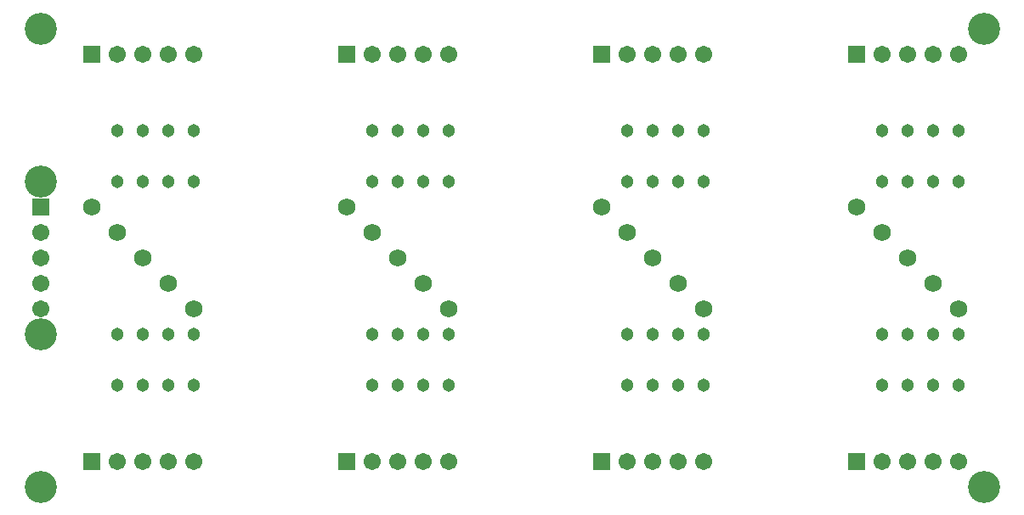
<source format=gts>
G04 Layer_Color=8388736*
%FSTAX24Y24*%
%MOIN*%
G70*
G01*
G75*
%ADD18C,0.1261*%
%ADD19R,0.0671X0.0671*%
%ADD20C,0.0671*%
%ADD21C,0.0513*%
%ADD22R,0.0671X0.0671*%
%ADD23C,0.0680*%
D18*
X021Y029D02*
D03*
Y035D02*
D03*
X058Y023D02*
D03*
Y041D02*
D03*
X021Y023D02*
D03*
Y041D02*
D03*
D19*
X053Y024D02*
D03*
X043D02*
D03*
X033D02*
D03*
X023D02*
D03*
X053Y04D02*
D03*
X043D02*
D03*
X033D02*
D03*
X023D02*
D03*
D20*
X054Y024D02*
D03*
X055D02*
D03*
X056D02*
D03*
X057D02*
D03*
X044D02*
D03*
X045D02*
D03*
X046D02*
D03*
X047D02*
D03*
X034D02*
D03*
X035D02*
D03*
X036D02*
D03*
X037D02*
D03*
X024D02*
D03*
X025D02*
D03*
X026D02*
D03*
X027D02*
D03*
X054Y04D02*
D03*
X055D02*
D03*
X056D02*
D03*
X057D02*
D03*
X044D02*
D03*
X045D02*
D03*
X046D02*
D03*
X047D02*
D03*
X034D02*
D03*
X035D02*
D03*
X036D02*
D03*
X037D02*
D03*
X024D02*
D03*
X025D02*
D03*
X026D02*
D03*
X027D02*
D03*
X021Y033D02*
D03*
Y032D02*
D03*
Y031D02*
D03*
Y03D02*
D03*
D21*
X024Y029D02*
D03*
Y027D02*
D03*
X025Y029D02*
D03*
Y027D02*
D03*
X026Y029D02*
D03*
Y027D02*
D03*
X027Y029D02*
D03*
Y027D02*
D03*
X034Y029D02*
D03*
Y027D02*
D03*
X035Y029D02*
D03*
Y027D02*
D03*
X036Y029D02*
D03*
Y027D02*
D03*
X037Y029D02*
D03*
Y027D02*
D03*
X044Y029D02*
D03*
Y027D02*
D03*
X045Y029D02*
D03*
Y027D02*
D03*
X046Y029D02*
D03*
Y027D02*
D03*
X047Y029D02*
D03*
Y027D02*
D03*
X054Y029D02*
D03*
Y027D02*
D03*
X055Y029D02*
D03*
Y027D02*
D03*
X056Y029D02*
D03*
Y027D02*
D03*
X057Y029D02*
D03*
Y027D02*
D03*
X037Y035D02*
D03*
Y037D02*
D03*
X036Y035D02*
D03*
Y037D02*
D03*
X035Y035D02*
D03*
Y037D02*
D03*
X034Y035D02*
D03*
Y037D02*
D03*
X027Y035D02*
D03*
Y037D02*
D03*
X026Y035D02*
D03*
Y037D02*
D03*
X025Y035D02*
D03*
Y037D02*
D03*
X024Y035D02*
D03*
Y037D02*
D03*
X057Y035D02*
D03*
Y037D02*
D03*
X056Y035D02*
D03*
Y037D02*
D03*
X055Y035D02*
D03*
Y037D02*
D03*
X054Y035D02*
D03*
Y037D02*
D03*
X047Y035D02*
D03*
Y037D02*
D03*
X046Y035D02*
D03*
Y037D02*
D03*
X045Y035D02*
D03*
Y037D02*
D03*
X044Y035D02*
D03*
Y037D02*
D03*
D22*
X021Y034D02*
D03*
D23*
X027Y03D02*
D03*
X026Y031D02*
D03*
X025Y032D02*
D03*
X024Y033D02*
D03*
X037Y03D02*
D03*
X036Y031D02*
D03*
X035Y032D02*
D03*
X034Y033D02*
D03*
X047Y03D02*
D03*
X046Y031D02*
D03*
X045Y032D02*
D03*
X044Y033D02*
D03*
X057Y03D02*
D03*
X056Y031D02*
D03*
X055Y032D02*
D03*
X054Y033D02*
D03*
X053Y034D02*
D03*
X043D02*
D03*
X033D02*
D03*
X023D02*
D03*
M02*

</source>
